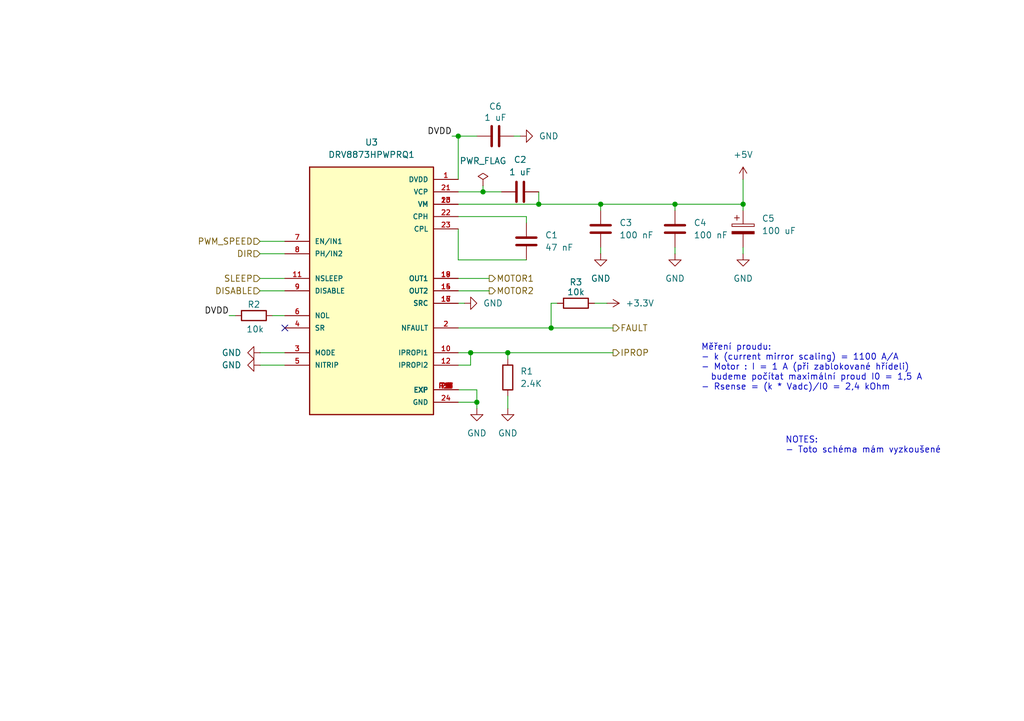
<source format=kicad_sch>
(kicad_sch (version 20250114) (generator "eeschema") (generator_version "9.0")
  (paper "A5")
  (lib_symbols
    (symbol "DRV8873HPWPRQ1:DRV8873HPWPRQ1" (pin_names (offset 1.016))
      (property "Reference" "U" (at -12.7 25.908 0))
      (property "Value" "DRV8873HPWPRQ1" (at -12.7 -27.94 0))
      (symbol "DRV8873HPWPRQ1_0_0"
        (rectangle (start -12.7 -25.4) (end 12.7 25.4) (stroke (width 0.254)) (fill (type background)))
        (pin input line (at -17.78 10.16 0) (length 5.08) (name "EN/IN1") (number "7"))
        (pin input line (at -17.78 7.62 0) (length 5.08) (name "PH/IN2") (number "8"))
        (pin input line (at -17.78 2.54 0) (length 5.08) (name "NSLEEP") (number "11"))
        (pin input line (at -17.78 0 0) (length 5.08) (name "DISABLE") (number "9"))
        (pin input line (at -17.78 -5.08 0) (length 5.08) (name "NOL") (number "6"))
        (pin input line (at -17.78 -7.62 0) (length 5.08) (name "SR") (number "4"))
        (pin input line (at -17.78 -12.7 0) (length 5.08) (name "MODE") (number "3"))
        (pin input line (at -17.78 -15.24 0) (length 5.08) (name "NITRIP") (number "5"))
        (pin power_in line (at 17.78 20.32 180) (length 5.08) (name "VCP") (number "21"))
        (pin power_in line (at 17.78 17.78 180) (length 5.08) (name "VM") (number "13"))
        (pin power_in line (at 17.78 17.78 180) (length 5.08) (name "VM") (number "20"))
        (pin output line (at 17.78 2.54 180) (length 5.08) (name "OUT1") (number "18"))
        (pin output line (at 17.78 2.54 180) (length 5.08) (name "OUT1") (number "19"))
        (pin output line (at 17.78 0 180) (length 5.08) (name "OUT2") (number "14"))
        (pin output line (at 17.78 0 180) (length 5.08) (name "OUT2") (number "15"))
        (pin output line (at 17.78 -7.62 180) (length 5.08) (name "NFAULT") (number "2"))
        (pin passive line (at 17.78 -20.32 180) (length 5.08) (name "EXP") (number "25"))
        (pin passive line (at 17.78 -20.32 180) (length 5.08) (name "EXP") (number "P1"))
        (pin passive line (at 17.78 -20.32 180) (length 5.08) (name "EXP") (number "P10"))
        (pin passive line (at 17.78 -20.32 180) (length 5.08) (name "EXP") (number "P11"))
        (pin passive line (at 17.78 -20.32 180) (length 5.08) (name "EXP") (number "P12"))
        (pin passive line (at 17.78 -20.32 180) (length 5.08) (name "EXP") (number "P13"))
        (pin passive line (at 17.78 -20.32 180) (length 5.08) (name "EXP") (number "P14"))
        (pin passive line (at 17.78 -20.32 180) (length 5.08) (name "EXP") (number "P15"))
        (pin passive line (at 17.78 -20.32 180) (length 5.08) (name "EXP") (number "P16"))
        (pin passive line (at 17.78 -20.32 180) (length 5.08) (name "EXP") (number "P17"))
        (pin passive line (at 17.78 -20.32 180) (length 5.08) (name "EXP") (number "P18"))
        (pin passive line (at 17.78 -20.32 180) (length 5.08) (name "EXP") (number "P2"))
        (pin passive line (at 17.78 -20.32 180) (length 5.08) (name "EXP") (number "P3"))
        (pin passive line (at 17.78 -20.32 180) (length 5.08) (name "EXP") (number "P4"))
        (pin passive line (at 17.78 -20.32 180) (length 5.08) (name "EXP") (number "P5"))
        (pin passive line (at 17.78 -20.32 180) (length 5.08) (name "EXP") (number "P6"))
        (pin passive line (at 17.78 -20.32 180) (length 5.08) (name "EXP") (number "P7"))
        (pin passive line (at 17.78 -20.32 180) (length 5.08) (name "EXP") (number "P8"))
        (pin passive line (at 17.78 -20.32 180) (length 5.08) (name "EXP") (number "P9"))
        (pin power_in line (at 17.78 -22.86 180) (length 5.08) (name "GND") (number "24"))
      )
      (symbol "DRV8873HPWPRQ1_1_0"
        (pin power_out line (at 17.78 22.86 180) (length 5.08) (name "DVDD") (number "1"))
        (pin passive line (at 17.78 15.24 180) (length 5.08) (name "CPH") (number "22"))
        (pin passive line (at 17.78 12.7 180) (length 5.08) (name "CPL") (number "23"))
        (pin passive line (at 17.78 -2.54 180) (length 5.08) (name "SRC") (number "16"))
        (pin passive line (at 17.78 -2.54 180) (length 5.08) (name "SRC") (number "17"))
        (pin passive line (at 17.78 -12.7 180) (length 5.08) (name "IPROPI1") (number "10"))
        (pin passive line (at 17.78 -15.24 180) (length 5.08) (name "IPROPI2") (number "12"))
      )
    )
    (symbol "Device:C" (pin_numbers (hide yes)) (pin_names (offset 0.254))
      (property "Reference" "C" (at 0.635 2.54 0))
      (property "Value" "C" (at 0.635 -2.54 0))
      (symbol "C_0_1"
        (polyline (pts (xy -2.032 0.762) (xy 2.032 0.762)) (stroke (width 0.508)))
        (polyline (pts (xy -2.032 -0.762) (xy 2.032 -0.762)) (stroke (width 0.508)))
      )
      (symbol "C_1_1"
        (pin passive line (at 0 3.81 270) (length 2.794) (name "~") (number "1"))
        (pin passive line (at 0 -3.81 90) (length 2.794) (name "~") (number "2"))
      )
    )
    (symbol "Device:C_Polarized" (pin_numbers (hide yes)) (pin_names (offset 0.254))
      (property "Reference" "C" (at 0.635 2.54 0))
      (property "Value" "C_Polarized" (at 0.635 -2.54 0))
      (symbol "C_Polarized_0_1"
        (rectangle (start -2.286 0.508) (end 2.286 1.016))
        (polyline (pts (xy -1.778 2.286) (xy -0.762 2.286)))
        (polyline (pts (xy -1.27 2.794) (xy -1.27 1.778)))
        (rectangle (start 2.286 -0.508) (end -2.286 -1.016) (fill (type outline)))
      )
      (symbol "C_Polarized_1_1"
        (pin passive line (at 0 3.81 270) (length 2.794) (name "~") (number "1"))
        (pin passive line (at 0 -3.81 90) (length 2.794) (name "~") (number "2"))
      )
    )
    (symbol "Device:R" (pin_numbers (hide yes)) (pin_names (offset 0))
      (property "Reference" "R" (at 2.032 0 90))
      (property "Value" "R" (at 0 0 90))
      (symbol "R_0_1"
        (rectangle (start -1.016 -2.54) (end 1.016 2.54) (stroke (width 0.254)))
      )
      (symbol "R_1_1"
        (pin passive line (at 0 3.81 270) (length 1.27) (name "~") (number "1"))
        (pin passive line (at 0 -3.81 90) (length 1.27) (name "~") (number "2"))
      )
    )
    (symbol "power:GND" (power) (pin_numbers (hide yes)) (pin_names (offset 0) (hide yes))
      (property "Value" "GND" (at 0 -3.81 0))
      (symbol "GND_0_1"
        (polyline (pts (xy 0 0) (xy 0 -1.27) (xy 1.27 -1.27) (xy 0 -2.54) (xy -1.27 -1.27) (xy 0 -1.27)))
      )
      (symbol "GND_1_1"
        (pin power_in line (at 0 0 270) (length 0) (name "~") (number "1"))
      )
    )
    (symbol "power:GND1" (power) (pin_numbers (hide yes)) (pin_names (offset 0) (hide yes))
      (property "Value" "GND1" (at 0 -3.81 0))
      (symbol "GND1_0_1"
        (polyline (pts (xy 0 0) (xy 0 -1.27) (xy 1.27 -1.27) (xy 0 -2.54) (xy -1.27 -1.27) (xy 0 -1.27)))
      )
      (symbol "GND1_1_1"
        (pin power_in line (at 0 0 270) (length 0) (name "~") (number "1"))
      )
    )
    (symbol "power:PWR_FLAG" (power) (pin_numbers (hide yes)) (pin_names (offset 0) (hide yes))
      (property "Value" "PWR_FLAG" (at 0 3.81 0))
      (symbol "PWR_FLAG_0_0"
        (pin power_out line (at 0 0 90) (length 0) (name "~") (number "1"))
      )
      (symbol "PWR_FLAG_0_1"
        (polyline (pts (xy 0 0) (xy 0 1.27) (xy -1.016 1.905) (xy 0 2.54) (xy 1.016 1.905) (xy 0 1.27)))
      )
    )
    (symbol "power:VCC" (power) (pin_numbers (hide yes)) (pin_names (offset 0) (hide yes))
      (property "Value" "VCC" (at 0 3.556 0))
      (symbol "VCC_0_1"
        (polyline (pts (xy -0.762 1.27) (xy 0 2.54)))
        (polyline (pts (xy 0 2.54) (xy 0.762 1.27)))
        (polyline (pts (xy 0 0) (xy 0 2.54)))
      )
      (symbol "VCC_1_1"
        (pin power_in line (at 0 0 90) (length 0) (name "~") (number "1"))
      )
    )
  )
  (text "Měření proudu:\n- k (current mirror scaling) = 1100 A/A\n- Motor : I = 1 A (při zablokované hřídeli)\n  budeme počítat maximální proud I0 = 1,5 A\n- Rsense = (k * Vadc)/I0 = 2,4 kOhm" (at 143.764 70.612 0) (effects (font (size 1.27 1.27)) (justify left top)))
  (text "NOTES:\n- Toto schéma mám vyzkoušené" (at 161.036 89.662 0) (effects (font (size 1.27 1.27)) (justify left top)))
  (junction (at 123.19 41.91))
  (junction (at 138.43 41.91))
  (junction (at 110.49 41.91))
  (junction (at 97.79 82.55))
  (junction (at 99.06 39.37))
  (junction (at 152.4 41.91))
  (junction (at 93.98 27.94))
  (junction (at 96.52 72.39))
  (junction (at 113.03 67.31))
  (junction (at 104.14 72.39))
  (no_connect (at 58.42 67.31))
  (wire (pts (xy 104.14 72.39) (xy 125.73 72.39)))
  (wire (pts (xy 105.41 27.94) (xy 106.68 27.94)))
  (wire (pts (xy 53.34 49.53) (xy 58.42 49.53)))
  (wire (pts (xy 93.98 41.91) (xy 110.49 41.91)))
  (wire (pts (xy 93.98 67.31) (xy 113.03 67.31)))
  (wire (pts (xy 107.95 53.34) (xy 93.98 53.34)))
  (wire (pts (xy 123.19 50.8) (xy 123.19 52.07)))
  (wire (pts (xy 55.88 64.77) (xy 58.42 64.77)))
  (wire (pts (xy 104.14 83.82) (xy 104.14 81.28)))
  (wire (pts (xy 97.79 80.01) (xy 97.79 82.55)))
  (wire (pts (xy 97.79 82.55) (xy 97.79 83.82)))
  (wire (pts (xy 93.98 72.39) (xy 96.52 72.39)))
  (wire (pts (xy 53.34 72.39) (xy 58.42 72.39)))
  (wire (pts (xy 93.98 59.69) (xy 100.33 59.69)))
  (wire (pts (xy 46.99 64.77) (xy 48.26 64.77)))
  (wire (pts (xy 93.98 80.01) (xy 97.79 80.01)))
  (wire (pts (xy 53.34 74.93) (xy 58.42 74.93)))
  (wire (pts (xy 113.03 67.31) (xy 125.73 67.31)))
  (wire (pts (xy 152.4 43.18) (xy 152.4 41.91)))
  (wire (pts (xy 138.43 41.91) (xy 152.4 41.91)))
  (wire (pts (xy 93.98 27.94) (xy 93.98 36.83)))
  (wire (pts (xy 93.98 39.37) (xy 99.06 39.37)))
  (wire (pts (xy 53.34 57.15) (xy 58.42 57.15)))
  (wire (pts (xy 93.98 57.15) (xy 100.33 57.15)))
  (wire (pts (xy 99.06 38.1) (xy 99.06 39.37)))
  (wire (pts (xy 138.43 50.8) (xy 138.43 52.07)))
  (wire (pts (xy 96.52 74.93) (xy 96.52 72.39)))
  (wire (pts (xy 93.98 44.45) (xy 107.95 44.45)))
  (wire (pts (xy 53.34 52.07) (xy 58.42 52.07)))
  (wire (pts (xy 138.43 41.91) (xy 138.43 43.18)))
  (wire (pts (xy 114.3 62.23) (xy 113.03 62.23)))
  (wire (pts (xy 99.06 39.37) (xy 102.87 39.37)))
  (wire (pts (xy 110.49 39.37) (xy 110.49 41.91)))
  (wire (pts (xy 152.4 36.83) (xy 152.4 41.91)))
  (wire (pts (xy 93.98 53.34) (xy 93.98 46.99)))
  (wire (pts (xy 53.34 59.69) (xy 58.42 59.69)))
  (wire (pts (xy 152.4 50.8) (xy 152.4 52.07)))
  (wire (pts (xy 93.98 27.94) (xy 97.79 27.94)))
  (wire (pts (xy 123.19 43.18) (xy 123.19 41.91)))
  (wire (pts (xy 95.25 62.23) (xy 93.98 62.23)))
  (wire (pts (xy 92.71 27.94) (xy 93.98 27.94)))
  (wire (pts (xy 104.14 73.66) (xy 104.14 72.39)))
  (wire (pts (xy 121.92 62.23) (xy 124.46 62.23)))
  (wire (pts (xy 96.52 72.39) (xy 104.14 72.39)))
  (wire (pts (xy 123.19 41.91) (xy 138.43 41.91)))
  (wire (pts (xy 93.98 82.55) (xy 97.79 82.55)))
  (wire (pts (xy 110.49 41.91) (xy 123.19 41.91)))
  (wire (pts (xy 93.98 74.93) (xy 96.52 74.93)))
  (wire (pts (xy 113.03 62.23) (xy 113.03 67.31)))
  (wire (pts (xy 107.95 44.45) (xy 107.95 45.72)))
  (label "DVDD" (at 46.99 64.77 180))
  (label "DVDD" (at 92.71 27.94 180))
  (hierarchical_label "MOTOR2" (shape output) (at 100.33 59.69 0))
  (hierarchical_label "DIR" (shape input) (at 53.34 52.07 180))
  (hierarchical_label "MOTOR1" (shape output) (at 100.33 57.15 0))
  (hierarchical_label "DISABLE" (shape input) (at 53.34 59.69 180))
  (hierarchical_label "SLEEP" (shape input) (at 53.34 57.15 180))
  (hierarchical_label "IPROP" (shape output) (at 125.73 72.39 0))
  (hierarchical_label "PWM_SPEED" (shape input) (at 53.34 49.53 180))
  (hierarchical_label "FAULT" (shape output) (at 125.73 67.31 0))
  (symbol (lib_id "power:GND1") (at 97.79 83.82 0) (unit 1)
    (property "Reference" "#PWR014" (effects (hide yes)))
    (property "Value" "GND" (at 97.79 88.9 0))
    (property "Description" "Power symbol creates a global label with name \"GND1\" , ground" (effects (hide yes)))
  )
  (symbol (lib_id "power:GND") (at 53.34 72.39 270) (unit 1)
    (property "Reference" "#PWR07" (effects (hide yes)))
    (property "Value" "GND" (at 49.53 72.3899 90) (effects (justify right)))
    (property "Description" "Power symbol creates a global label with name \"GND\" , ground" (effects (hide yes)))
  )
  (symbol (lib_id "power:VCC") (at 152.4 36.83 0) (unit 1)
    (property "Reference" "#PWR06" (effects (hide yes)))
    (property "Value" "+5V" (at 152.4 31.75 0))
    (property "Description" "Power symbol creates a global label with name \"VCC\"" (effects (hide yes)))
  )
  (symbol (lib_id "power:VCC") (at 124.46 62.23 270) (unit 1)
    (property "Reference" "#PWR033" (effects (hide yes)))
    (property "Value" "+3.3V" (at 128.27 62.2299 90) (effects (justify left)))
    (property "Description" "Power symbol creates a global label with name \"VCC\"" (effects (hide yes)))
  )
  (symbol (lib_id "Device:C") (at 138.43 46.99 0) (unit 1)
    (property "Reference" "C4" (at 142.24 45.7199 0) (effects (justify left)))
    (property "Value" "100 nF" (at 142.24 48.2599 0) (effects (justify left)))
    (property "Footprint" "Capacitor_SMD:C_0603_1608Metric_Pad1.08x0.95mm_HandSolder" (effects (hide yes)))
    (property "Description" "Unpolarized capacitor" (effects (hide yes)))
    (property "Manufacturer Part Number" "C0603C104M5RACTU" (effects (hide yes)))
    (property "Supplier" "Mouser" (effects (hide yes)))
    (property "Supplier Part Number" "603-CC603KRX7R9BB103" (effects (hide yes)))
  )
  (symbol (lib_id "DRV8873HPWPRQ1:DRV8873HPWPRQ1") (at 76.2 59.69 0) (unit 1)
    (property "Reference" "U3" (at 76.2 29.21 0))
    (property "Value" "DRV8873HPWPRQ1" (at 76.2 31.75 0))
    (property "Footprint" "DRV8873HPWPRQ1:SOP65P640X120-25N" (effects (hide yes)))
    (property "Datasheet" "https://www.ti.com/lit/ds/symlink/drv8873.pdf?ts=1763907508934&ref_url=https%253A%252F%252Fwww.mouser.at%252F" (effects (hide yes)))
    (property "Description" "DC motor driver, H-bridge" (effects (hide yes)))
    (property "Manufacturer Part Number" "DRV8873HPWPR" (effects (hide yes)))
    (property "Supplier" "Mouser" (effects (hide yes)))
    (property "Supplier Part Number" "595-DRV8873HPWPR" (effects (hide yes)))
    (property "E2_MAX" "3.0" (effects (hide yes)))
    (property "B_NOM" "0.245" (effects (hide yes)))
    (property "D_MAX" "7.9" (effects (hide yes)))
    (property "A1_MAX" "None" (effects (hide yes)))
    (property "E1_NOM" "23.75" (effects (hide yes)))
    (property "A1_NOM" "None" (effects (hide yes)))
    (property "B_MIN" "0.19" (effects (hide yes)))
    (property "E1_MIN" "43.0" (effects (hide yes)))
    (property "B_MAX" "0.3" (effects (hide yes)))
    (property "Description_1" "Automotive 40-V, 10-A H-bridge motor driver with integrated current sensing & feedback" (effects (hide yes)))
    (property "Price" "None" (effects (hide yes)))
    (property "D2_MAX" "4.5" (effects (hide yes)))
    (property "ENOM" "0.65" (effects (hide yes)))
    (property "D_NOM" "7.8" (effects (hide yes)))
    (property "Check_prices" "https://www.snapeda.com/parts/DRV8873HPWPRQ1/Texas+Instruments/view-part/?ref=eda" (effects (hide yes)))
    (property "E2_MIN" "None" (effects (hide yes)))
    (property "L_MAX" "0.75" (effects (hide yes)))
    (property "A_MAX" "1.2" (effects (hide yes)))
    (property "D2_MIN" "None" (effects (hide yes)))
    (property "Package" "HTSSOP-24 Texas Instruments" (effects (hide yes)))
    (property "A_NOM" "1.2" (effects (hide yes)))
    (property "E2_NOM" "None" (effects (hide yes)))
    (property "A_MIN" "1.2" (effects (hide yes)))
    (property "STANDARD" "IPC 7351B" (effects (hide yes)))
    (property "PARTREV" "AUG2018" (effects (hide yes)))
    (property "SnapEDA_Link" "https://www.snapeda.com/parts/DRV8873HPWPRQ1/Texas+Instruments/view-part/?ref=snap" (effects (hide yes)))
    (property "E_NOM" "6.4" (effects (hide yes)))
    (property "D2_NOM" "None" (effects (hide yes)))
    (property "PIN_COUNT" "24.0" (effects (hide yes)))
    (property "L_NOM" "0.625" (effects (hide yes)))
    (property "MANUFACTURER" "Texas Instruments" (effects (hide yes)))
    (property "MF" "Texas Instruments" (effects (hide yes)))
    (property "A1_MIN" "0.05" (effects (hide yes)))
    (property "E1_MAX" "4.5" (effects (hide yes)))
    (property "E_MIN" "6.2" (effects (hide yes)))
    (property "D_MIN" "7.7" (effects (hide yes)))
    (property "MP" "DRV8873HPWPRQ1" (effects (hide yes)))
    (property "L_MIN" "0.5" (effects (hide yes)))
    (property "Availability" "In Stock" (effects (hide yes)))
    (property "E_MAX" "6.6" (effects (hide yes)))
  )
  (symbol (lib_id "power:GND") (at 138.43 52.07 0) (unit 1)
    (property "Reference" "#PWR05" (effects (hide yes)))
    (property "Value" "GND" (at 138.43 57.15 0))
    (property "Description" "Power symbol creates a global label with name \"GND\" , ground" (effects (hide yes)))
  )
  (symbol (lib_id "Device:C") (at 107.95 49.53 0) (unit 1)
    (property "Reference" "C1" (at 111.76 48.2599 0) (effects (justify left)))
    (property "Value" "47 nF" (at 111.76 50.7999 0) (effects (justify left)))
    (property "Footprint" "Capacitor_SMD:C_0603_1608Metric_Pad1.08x0.95mm_HandSolder" (effects (hide yes)))
    (property "Description" "Unpolarized capacitor" (effects (hide yes)))
    (property "Manufacturer Part Number" "CC0603ZRY5V9BB473" (effects (hide yes)))
    (property "Supplier" "Mouser" (effects (hide yes)))
    (property "Supplier Part Number" "603-CC603ZRY5V9BB473" (effects (hide yes)))
  )
  (symbol (lib_id "Device:R") (at 104.14 77.47 180) (unit 1)
    (property "Reference" "R1" (at 106.68 76.1999 0) (effects (justify right)))
    (property "Value" "2.4K" (at 106.68 78.7399 0) (effects (justify right)))
    (property "Footprint" "Resistor_SMD:R_0603_1608Metric_Pad0.98x0.95mm_HandSolder" (effects (hide yes)))
    (property "Description" "Resistor" (effects (hide yes)))
    (property "Manufacturer Part Number" "AR0603JR-072K4L" (effects (hide yes)))
    (property "Supplier" "Mouser" (effects (hide yes)))
    (property "Supplier Part Number" "603-AR0603JR-072K4L" (effects (hide yes)))
  )
  (symbol (lib_id "power:PWR_FLAG") (at 99.06 38.1 0) (unit 1)
    (property "Reference" "#FLG03" (effects (hide yes)))
    (property "Value" "PWR_FLAG" (at 99.06 33.02 0))
    (property "Description" "Special symbol for telling ERC where power comes from" (effects (hide yes)))
  )
  (symbol (lib_id "power:GND") (at 53.34 74.93 270) (unit 1)
    (property "Reference" "#PWR010" (effects (hide yes)))
    (property "Value" "GND" (at 49.53 74.9299 90) (effects (justify right)))
    (property "Description" "Power symbol creates a global label with name \"GND\" , ground" (effects (hide yes)))
  )
  (symbol (lib_id "Device:C_Polarized") (at 152.4 46.99 0) (unit 1)
    (property "Reference" "C5" (at 156.21 44.8309 0) (effects (justify left)))
    (property "Value" "100 uF" (at 156.21 47.3709 0) (effects (justify left)))
    (property "Footprint" "Capacitor_Tantalum_SMD:CP_EIA-7343-40_Kemet-Y_HandSolder" (effects (hide yes)))
    (property "Datasheet" "https://cz.mouser.com/datasheet/3/72/1/KEM_T2005_T491.pdf" (effects (hide yes)))
    (property "Description" "Polarized capacitor" (effects (hide yes)))
    (property "Manufacturer Part Number" "T491X107K016AT7280" (effects (hide yes)))
    (property "Supplier" "Mouser" (effects (hide yes)))
    (property "Supplier Part Number" "80-T491X107K016AT" (effects (hide yes)))
  )
  (symbol (lib_id "power:GND") (at 152.4 52.07 0) (unit 1)
    (property "Reference" "#PWR04" (effects (hide yes)))
    (property "Value" "GND" (at 152.4 57.15 0))
    (property "Description" "Power symbol creates a global label with name \"GND\" , ground" (effects (hide yes)))
  )
  (symbol (lib_id "power:GND") (at 106.68 27.94 90) (unit 1)
    (property "Reference" "#PWR08" (effects (hide yes)))
    (property "Value" "GND" (at 110.49 27.9399 90) (effects (justify right)))
    (property "Description" "Power symbol creates a global label with name \"GND\" , ground" (effects (hide yes)))
  )
  (symbol (lib_id "power:GND") (at 95.25 62.23 90) (unit 1)
    (property "Reference" "#PWR09" (effects (hide yes)))
    (property "Value" "GND" (at 99.06 62.2299 90) (effects (justify right)))
    (property "Description" "Power symbol creates a global label with name \"GND\" , ground" (effects (hide yes)))
  )
  (symbol (lib_id "Device:R") (at 118.11 62.23 270) (unit 1)
    (property "Reference" "R3" (at 118.11 57.912 90))
    (property "Value" "10k" (at 118.11 59.944 90))
    (property "Footprint" "Resistor_SMD:R_0603_1608Metric_Pad0.98x0.95mm_HandSolder" (effects (hide yes)))
    (property "Description" "Resistor" (effects (hide yes)))
    (property "Manufacturer Part Number" "CRCW0603910KFKEAHP" (effects (hide yes)))
    (property "Supplier" "Mouser" (effects (hide yes)))
    (property "Supplier Part Number" "71-CRCW0603910KFKEAH" (effects (hide yes)))
  )
  (symbol (lib_id "Device:C") (at 123.19 46.99 0) (unit 1)
    (property "Reference" "C3" (at 127 45.7199 0) (effects (justify left)))
    (property "Value" "100 nF" (at 127 48.2599 0) (effects (justify left)))
    (property "Footprint" "Capacitor_SMD:C_0603_1608Metric_Pad1.08x0.95mm_HandSolder" (effects (hide yes)))
    (property "Description" "Unpolarized capacitor" (effects (hide yes)))
    (property "Manufacturer Part Number" "C0603C104M5RACTU" (effects (hide yes)))
    (property "Supplier" "Mouser" (effects (hide yes)))
    (property "Supplier Part Number" "603-CC603KRX7R9BB103" (effects (hide yes)))
  )
  (symbol (lib_id "power:GND") (at 123.19 52.07 0) (unit 1)
    (property "Reference" "#PWR03" (effects (hide yes)))
    (property "Value" "GND" (at 123.19 57.15 0))
    (property "Description" "Power symbol creates a global label with name \"GND\" , ground" (effects (hide yes)))
  )
  (symbol (lib_id "power:GND1") (at 104.14 83.82 0) (unit 1)
    (property "Reference" "#PWR01" (effects (hide yes)))
    (property "Value" "GND" (at 104.14 88.9 0))
    (property "Description" "Power symbol creates a global label with name \"GND1\" , ground" (effects (hide yes)))
  )
  (symbol (lib_id "Device:R") (at 52.07 64.77 90) (unit 1)
    (property "Reference" "R2" (at 52.07 62.484 90))
    (property "Value" "10k" (at 52.324 67.564 90))
    (property "Footprint" "Resistor_SMD:R_0603_1608Metric_Pad0.98x0.95mm_HandSolder" (effects (hide yes)))
    (property "Description" "Resistor" (effects (hide yes)))
    (property "Manufacturer Part Number" "CRCW0603910KFKEAHP" (effects (hide yes)))
    (property "Supplier" "Mouser" (effects (hide yes)))
    (property "Supplier Part Number" "71-CRCW0603910KFKEAH" (effects (hide yes)))
  )
  (symbol (lib_id "Device:C") (at 101.6 27.94 90) (unit 1)
    (property "Reference" "C6" (at 101.6 21.844 90))
    (property "Value" "1 uF" (at 101.6 24.13 90))
    (property "Footprint" "Capacitor_SMD:C_0603_1608Metric_Pad1.08x0.95mm_HandSolder" (effects (hide yes)))
    (property "Description" "Unpolarized capacitor" (effects (hide yes)))
    (property "Manufacturer Part Number" "CC0603KRX5R6BB105" (effects (hide yes)))
    (property "Supplier" "Mouser" (effects (hide yes)))
    (property "Supplier Part Number" "603-CC603KRX5R6BB105" (effects (hide yes)))
  )
  (symbol (lib_id "Device:C") (at 106.68 39.37 90) (unit 1)
    (property "Reference" "C2" (at 106.68 32.766 90))
    (property "Value" "1 uF" (at 106.68 35.306 90))
    (property "Footprint" "Capacitor_SMD:C_0603_1608Metric_Pad1.08x0.95mm_HandSolder" (effects (hide yes)))
    (property "Description" "Unpolarized capacitor" (effects (hide yes)))
    (property "Manufacturer Part Number" "CC0603KRX5R6BB105" (effects (hide yes)))
    (property "Supplier" "Mouser" (effects (hide yes)))
    (property "Supplier Part Number" "603-CC603KRX5R6BB105" (effects (hide yes)))
  )
)
</source>
